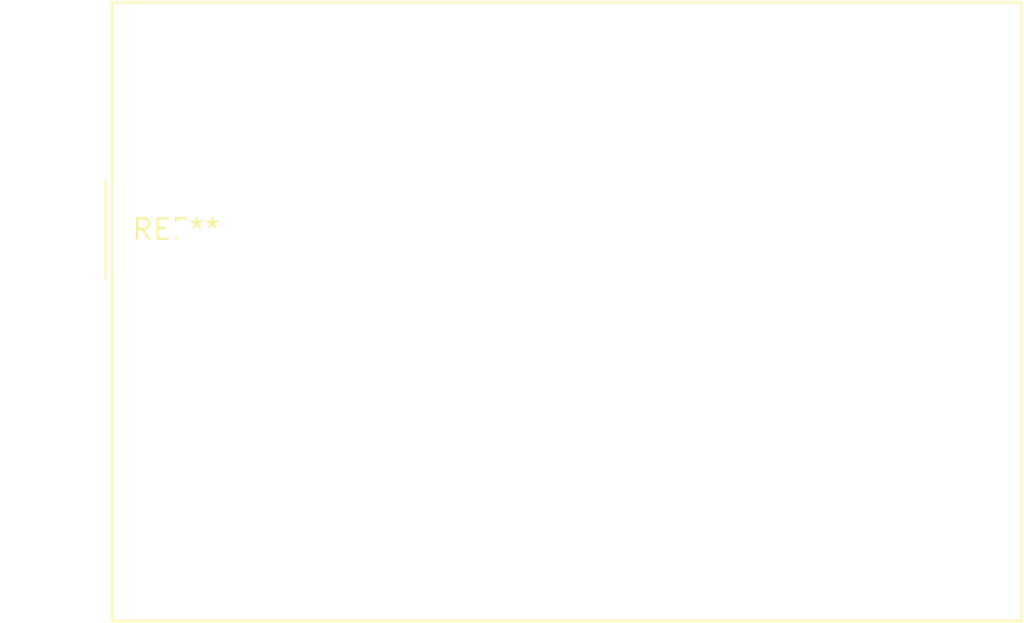
<source format=kicad_pcb>
(kicad_pcb (version 20240108) (generator pcbnew)
  (layers (0 "F.Cu" signal) (31 "B.Cu" signal) (34 "B.Paste" user) (35 "F.Paste" user) (36 "B.SilkS" user "B.Silkscreen") (37 "F.SilkS" user "F.Silkscreen") (38 "B.Mask" user) (39 "F.Mask" user) (44 "Edge.Cuts" user))
  (net 0 "")
  (footprint "SBC18-11SURKCGKWA" (layer "F.Cu") (at 0 0)
    (property "Reference" "REF**")
    (property "Value" "SBC18-11SURKCGKWA")
    (fp_line (start -4.37 -3) (end -4.37 3) (layer "F.SilkS") (stroke (width 0.12)))
    (fp_line (start -3.99 -14.04) (end 52.25 -14.04) (layer "F.SilkS") (stroke (width 0.12)))
    (fp_line (start -3.99 24.2) (end -3.99 -14.04) (layer "F.SilkS") (stroke (width 0.12)))
    (fp_line (start 52.25 -14.04) (end 52.25 24.2) (layer "F.SilkS") (stroke (width 0.12)))
    (fp_line (start 52.25 24.2) (end -3.99 24.2) (layer "F.SilkS") (stroke (width 0.12)))
    (pad "1" thru_hole rect (at 0 0) (size 1.7 1.7) (drill 1) (layers *.Cu *.Mask) (remove_unused_layers))
    (pad "2" thru_hole circle (at 0 2.54) (size 1.7 1.7) (drill 1) (layers *.Cu *.Mask) (remove_unused_layers))
    (pad "3" thru_hole circle (at 0 5.08) (size 1.7 1.7) (drill 1) (layers *.Cu *.Mask) (remove_unused_layers))
    (pad "4" thru_hole circle (at 0 7.62) (size 1.7 1.7) (drill 1) (layers *.Cu *.Mask) (remove_unused_layers))
    (pad "5" thru_hole circle (at 0 10.16) (size 1.7 1.7) (drill 1) (layers *.Cu *.Mask) (remove_unused_layers))
    (pad "6" thru_hole circle (at 48.26 10.16) (size 1.7 1.7) (drill 1) (layers *.Cu *.Mask) (remove_unused_layers))
    (pad "7" thru_hole circle (at 48.26 7.62) (size 1.7 1.7) (drill 1) (layers *.Cu *.Mask) (remove_unused_layers))
    (pad "8" thru_hole circle (at 48.26 5.08) (size 1.7 1.7) (drill 1) (layers *.Cu *.Mask) (remove_unused_layers))
    (pad "9" thru_hole circle (at 48.26 2.54) (size 1.7 1.7) (drill 1) (layers *.Cu *.Mask) (remove_unused_layers))
    (pad "10" thru_hole circle (at 48.26 0) (size 1.7 1.7) (drill 1) (layers *.Cu *.Mask) (remove_unused_layers))
  )
)
</source>
